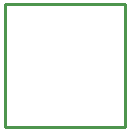
<source format=gm1>
G04 Layer_Color=16711935*
%FSLAX25Y25*%
%MOIN*%
G70*
G01*
G75*
%ADD19C,0.01000*%
D19*
X-35000Y-5000D02*
Y36000D01*
Y-5000D02*
X5000D01*
Y36000D01*
X-35000D02*
X5000D01*
M02*

</source>
